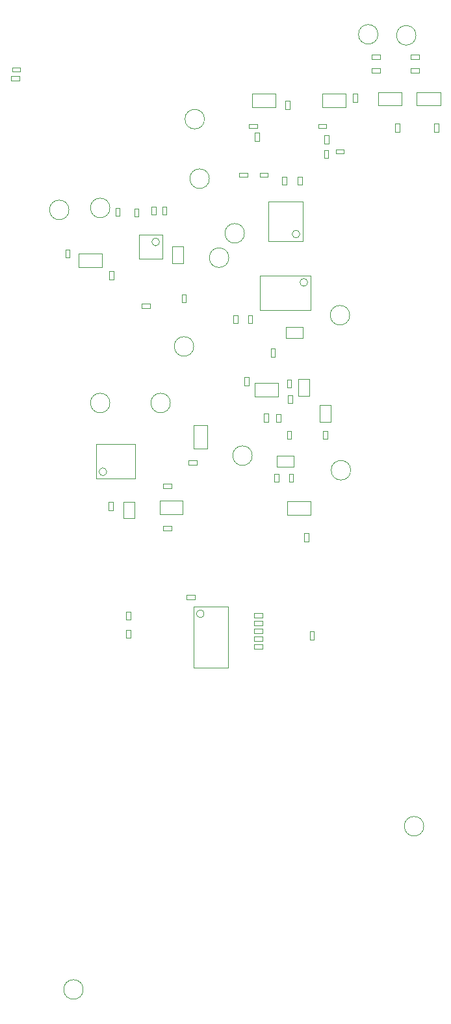
<source format=gbr>
%TF.GenerationSoftware,Altium Limited,Altium Designer,19.1.6 (110)*%
G04 Layer_Color=16711935*
%FSLAX26Y26*%
%MOIN*%
%TF.FileFunction,Other,M13-Bottom_3D_Body*%
%TF.Part,Single*%
G01*
G75*
%TA.AperFunction,NonConductor*%
%ADD78C,0.003937*%
D78*
X643000Y203000D02*
G03*
X643000Y203000I-50000J0D01*
G01*
X1263189Y2129331D02*
G03*
X1263189Y2129331I-19685J0D01*
G01*
X2350000Y5095000D02*
G03*
X2350000Y5095000I-50000J0D01*
G01*
X1754291Y4076024D02*
G03*
X1754291Y4076024I-19685J0D01*
G01*
X1794173Y3828150D02*
G03*
X1794173Y3828150I-19685J0D01*
G01*
X763724Y2857386D02*
G03*
X763724Y2857386I-19685J0D01*
G01*
X1034449Y4035590D02*
G03*
X1034449Y4035590I-19685J0D01*
G01*
X2390000Y1040000D02*
G03*
X2390000Y1040000I-50000J0D01*
G01*
X1290000Y4360000D02*
G03*
X1290000Y4360000I-50000J0D01*
G01*
X570000Y4200000D02*
G03*
X570000Y4200000I-50000J0D01*
G01*
X780000Y4210000D02*
G03*
X780000Y4210000I-50000J0D01*
G01*
X1265000Y4665000D02*
G03*
X1265000Y4665000I-50000J0D01*
G01*
X1390000Y3955000D02*
G03*
X1390000Y3955000I-50000J0D01*
G01*
X2010000Y3660000D02*
G03*
X2010000Y3660000I-50000J0D01*
G01*
X1210000Y3500000D02*
G03*
X1210000Y3500000I-50000J0D01*
G01*
X1510000Y2940000D02*
G03*
X1510000Y2940000I-50000J0D01*
G01*
X2015000Y2865000D02*
G03*
X2015000Y2865000I-50000J0D01*
G01*
X780000Y3210000D02*
G03*
X780000Y3210000I-50000J0D01*
G01*
X1090000D02*
G03*
X1090000Y3210000I-50000J0D01*
G01*
X1470000Y4080000D02*
G03*
X1470000Y4080000I-50000J0D01*
G01*
X2155000Y5100000D02*
G03*
X2155000Y5100000I-50000J0D01*
G01*
X1806173Y2038669D02*
X1827827D01*
X1806173Y1997331D02*
X1827827D01*
Y2038669D01*
X1806173Y1997331D02*
Y2038669D01*
X1744173Y4329331D02*
X1765827D01*
X1744173Y4370669D02*
X1765827D01*
X1744173Y4329331D02*
Y4370669D01*
X1765827Y4329331D02*
Y4370669D01*
X1664173Y4329331D02*
X1685827D01*
X1664173Y4370669D02*
X1685827D01*
X1664173Y4329331D02*
Y4370669D01*
X1685827Y4329331D02*
Y4370669D01*
X1489173Y3660669D02*
X1510827D01*
X1489173Y3619331D02*
X1510827D01*
Y3660669D01*
X1489173Y3619331D02*
Y3660669D01*
X1414173D02*
X1435827D01*
X1414173Y3619331D02*
X1435827D01*
Y3660669D01*
X1414173Y3619331D02*
Y3660669D01*
X1849331Y4619173D02*
Y4640827D01*
X1890669Y4619173D02*
Y4640827D01*
X1849331D02*
X1890669D01*
X1849331Y4619173D02*
X1890669D01*
X1980669Y4489173D02*
Y4510827D01*
X1939331Y4489173D02*
Y4510827D01*
Y4489173D02*
X1980669D01*
X1939331Y4510827D02*
X1980669D01*
X1494331Y4619173D02*
Y4640827D01*
X1535669Y4619173D02*
Y4640827D01*
X1494331D02*
X1535669D01*
X1494331Y4619173D02*
X1535669D01*
X1485669Y4369173D02*
Y4390827D01*
X1444331Y4369173D02*
Y4390827D01*
Y4369173D02*
X1485669D01*
X1444331Y4390827D02*
X1485669D01*
X1604724Y3488504D02*
X1626378D01*
X1604724Y3447165D02*
X1626378D01*
Y3488504D01*
X1604724Y3447165D02*
Y3488504D01*
X1694173Y3250669D02*
X1715827D01*
X1694173Y3209331D02*
X1715827D01*
Y3250669D01*
X1694173Y3209331D02*
Y3250669D01*
X1170827Y3724331D02*
Y3765669D01*
X1149173Y3724331D02*
Y3765669D01*
X1170827D01*
X1149173Y3724331D02*
X1170827D01*
X1879173Y4505669D02*
X1900827D01*
X1879173Y4464331D02*
X1900827D01*
Y4505669D01*
X1879173Y4464331D02*
Y4505669D01*
X1590669Y4369173D02*
Y4390827D01*
X1549331Y4369173D02*
Y4390827D01*
Y4369173D02*
X1590669D01*
X1549331Y4390827D02*
X1590669D01*
X1689173Y3330669D02*
X1710827D01*
X1689173Y3289331D02*
X1710827D01*
Y3330669D01*
X1689173Y3289331D02*
Y3330669D01*
X1634173Y3111331D02*
X1655827D01*
X1634173Y3152669D02*
X1655827D01*
X1634173Y3111331D02*
Y3152669D01*
X1655827Y3111331D02*
Y3152669D01*
X2124331Y4904173D02*
X2165669D01*
X2124331Y4925827D02*
X2165669D01*
Y4904173D02*
Y4925827D01*
X2124331Y4904173D02*
Y4925827D01*
X2124331Y4995827D02*
X2165669D01*
X2124331Y4974173D02*
X2165669D01*
X2124331D02*
Y4995827D01*
X2165669Y4974173D02*
Y4995827D01*
X2324331Y4904173D02*
X2365669D01*
X2324331Y4925827D02*
X2365669D01*
Y4904173D02*
Y4925827D01*
X2324331Y4904173D02*
Y4925827D01*
X2324331Y4995827D02*
X2365669D01*
X2324331Y4974173D02*
X2365669D01*
X2324331D02*
Y4995827D01*
X2365669Y4974173D02*
Y4995827D01*
X320669Y4909173D02*
Y4930827D01*
X279331Y4909173D02*
Y4930827D01*
Y4909173D02*
X320669D01*
X279331Y4930827D02*
X320669D01*
X904724Y4164331D02*
X926378D01*
X904724Y4205669D02*
X926378D01*
X904724Y4164331D02*
Y4205669D01*
X926378Y4164331D02*
Y4205669D01*
X1878189Y4581654D02*
X1901811D01*
X1878189Y4538346D02*
X1901811D01*
Y4581654D01*
X1878189Y4538346D02*
Y4581654D01*
X1523189Y4596654D02*
X1546811D01*
X1523189Y4553346D02*
X1546811D01*
Y4596654D01*
X1523189Y4553346D02*
Y4596654D01*
X773189Y2701653D02*
X796811D01*
X773189Y2658346D02*
X796811D01*
Y2701653D01*
X773189Y2658346D02*
Y2701653D01*
X1183347Y2893189D02*
Y2916811D01*
X1226654Y2893189D02*
Y2916811D01*
X1183347D02*
X1226654D01*
X1183347Y2893189D02*
X1226654D01*
X1775189Y2498347D02*
X1798811D01*
X1775189Y2541654D02*
X1798811D01*
X1775189Y2498347D02*
Y2541654D01*
X1798811Y2498347D02*
Y2541654D01*
X2027189Y4794654D02*
X2050811D01*
X2027189Y4751346D02*
X2050811D01*
Y4794654D01*
X2027189Y4751346D02*
Y4794654D01*
X2442189Y4600346D02*
X2465811D01*
X2442189Y4643654D02*
X2465811D01*
X2442189Y4600346D02*
Y4643654D01*
X2465811Y4600346D02*
Y4643654D01*
X2242189Y4600346D02*
X2265811D01*
X2242189Y4643654D02*
X2265811D01*
X2242189Y4600346D02*
Y4643654D01*
X2265811Y4600346D02*
Y4643654D01*
X1679189Y4717346D02*
X1702811D01*
X1679189Y4760654D02*
X1702811D01*
X1679189Y4717346D02*
Y4760654D01*
X1702811Y4717346D02*
Y4760654D01*
X1568189Y3113347D02*
X1591811D01*
X1568189Y3156654D02*
X1591811D01*
X1568189Y3113347D02*
Y3156654D01*
X1591811Y3113347D02*
Y3156654D01*
X1468189Y3298347D02*
X1491811D01*
X1468189Y3341654D02*
X1491811D01*
X1468189Y3298347D02*
Y3341654D01*
X1491811Y3298347D02*
Y3341654D01*
X1208071Y1853740D02*
X1385236D01*
X1208071Y2164764D02*
X1385236D01*
Y1853740D02*
Y2164764D01*
X1208071Y1853740D02*
Y2164764D01*
X885827Y2099331D02*
Y2140669D01*
X864173Y2099331D02*
Y2140669D01*
X885827D01*
X864173Y2099331D02*
X885827D01*
X1561653Y1948189D02*
Y1971811D01*
X1518346Y1948189D02*
Y1971811D01*
Y1948189D02*
X1561653D01*
X1518346Y1971811D02*
X1561653D01*
X885827Y2004331D02*
Y2045669D01*
X864173Y2004331D02*
Y2045669D01*
X885827D01*
X864173Y2004331D02*
X885827D01*
X1561653Y1988189D02*
Y2011811D01*
X1518346Y1988189D02*
Y2011811D01*
Y1988189D02*
X1561653D01*
X1518346Y2011811D02*
X1561653D01*
X1216653Y2203189D02*
Y2226811D01*
X1173346Y2203189D02*
Y2226811D01*
Y2203189D02*
X1216653D01*
X1173346Y2226811D02*
X1216653D01*
X1561653Y2108189D02*
Y2131811D01*
X1518346Y2108189D02*
Y2131811D01*
Y2108189D02*
X1561653D01*
X1518346Y2131811D02*
X1561653D01*
Y2068189D02*
Y2091811D01*
X1518346Y2068189D02*
Y2091811D01*
Y2068189D02*
X1561653D01*
X1518346Y2091811D02*
X1561653D01*
Y2028189D02*
Y2051811D01*
X1518346Y2028189D02*
Y2051811D01*
Y2028189D02*
X1561653D01*
X1518346Y2051811D02*
X1561653D01*
X906544Y2617694D02*
Y2704308D01*
X849456Y2617694D02*
Y2704308D01*
X906544D01*
X849456Y2617694D02*
X906544D01*
X1869962Y4725552D02*
Y4794450D01*
X1990040Y4725552D02*
Y4794450D01*
X1869962Y4725552D02*
X1990040D01*
X1869962Y4794450D02*
X1990040D01*
X2354488Y4735198D02*
Y4804094D01*
X2474568Y4735198D02*
Y4804094D01*
X2354488Y4735198D02*
X2474568D01*
X2354488Y4804094D02*
X2474568D01*
X1770040Y4040590D02*
Y4241378D01*
X1592874Y4040590D02*
Y4241378D01*
Y4040590D02*
X1770040D01*
X1592874Y4241378D02*
X1770040D01*
X1636694Y2881456D02*
X1723308D01*
X1636694Y2938544D02*
X1723308D01*
Y2881456D02*
Y2938544D01*
X1636694Y2881456D02*
Y2938544D01*
X1856458Y3111694D02*
Y3198308D01*
X1913544Y3111694D02*
Y3198308D01*
X1856458Y3111694D02*
X1913544D01*
X1856458Y3198308D02*
X1913544D01*
X1681693Y3599543D02*
X1768307D01*
X1681693Y3542457D02*
X1768307D01*
X1681693D02*
Y3599543D01*
X1768307Y3542457D02*
Y3599543D01*
X1746457Y3246694D02*
Y3333308D01*
X1803543Y3246694D02*
Y3333308D01*
X1746457Y3246694D02*
X1803543D01*
X1746457Y3333308D02*
X1803543D01*
X1048346Y4174330D02*
Y4215670D01*
X1070000Y4174330D02*
Y4215670D01*
X1048346Y4174330D02*
X1070000D01*
X1048346Y4215670D02*
X1070000D01*
X1015000Y4174330D02*
Y4215670D01*
X993346Y4174330D02*
Y4215670D01*
X1015000D01*
X993346Y4174330D02*
X1015000D01*
X1689173Y3024331D02*
X1710827D01*
X1689173Y3065669D02*
X1710827D01*
X1689173Y3024331D02*
Y3065669D01*
X1710827Y3024331D02*
Y3065669D01*
X1699173Y2804331D02*
X1720827D01*
X1699173Y2845669D02*
X1720827D01*
X1699173Y2804331D02*
Y2845669D01*
X1720827Y2804331D02*
Y2845669D01*
X1624173Y2845669D02*
X1645827D01*
X1624173Y2804331D02*
X1645827D01*
Y2845669D01*
X1624173Y2804331D02*
Y2845669D01*
X1279134Y2976984D02*
Y3097064D01*
X1210236Y2976984D02*
Y3097064D01*
Y2976984D02*
X1279134D01*
X1210236Y3097064D02*
X1279134D01*
X1550080Y3686418D02*
Y3863582D01*
X1809922Y3686418D02*
Y3863582D01*
X1550080Y3686418D02*
X1809922D01*
X1550080Y3863582D02*
X1809922D01*
X1509962Y4725552D02*
Y4794450D01*
X1630040Y4725552D02*
Y4794450D01*
X1509962Y4725552D02*
X1630040D01*
X1509962Y4794450D02*
X1630040D01*
X1521250Y3242362D02*
X1641330D01*
X1521250Y3311260D02*
X1641330D01*
X1521250Y3242362D02*
Y3311260D01*
X1641330Y3242362D02*
Y3311260D01*
X708606Y2821952D02*
X909394D01*
X708606Y2999118D02*
X909394D01*
X708606Y2821952D02*
Y2999118D01*
X909394Y2821952D02*
Y2999118D01*
X2157638Y4735198D02*
Y4804094D01*
X2277718Y4735198D02*
Y4804094D01*
X2157638Y4735198D02*
X2277718D01*
X2157638Y4804094D02*
X2277718D01*
X1689962Y2704450D02*
X1810040D01*
X1689962Y2635552D02*
X1810040D01*
Y2704450D01*
X1689962Y2635552D02*
Y2704450D01*
X928150Y4071024D02*
X1050198D01*
X928150Y3948976D02*
X1050198D01*
Y4071024D01*
X928150Y3948976D02*
Y4071024D01*
X1874173Y3065669D02*
X1895827D01*
X1874173Y3024331D02*
X1895827D01*
Y3065669D01*
X1874173Y3024331D02*
Y3065669D01*
X1157716Y3926694D02*
Y4013308D01*
X1100630Y3926694D02*
Y4013308D01*
X1157716D01*
X1100630Y3926694D02*
X1157716D01*
X941346Y3695189D02*
X984654D01*
X941346Y3718811D02*
X984654D01*
Y3695189D02*
Y3718811D01*
X941346Y3695189D02*
Y3718811D01*
X273346Y4884812D02*
X316654D01*
X273346Y4861190D02*
X316654D01*
X273346D02*
Y4884812D01*
X316654Y4861190D02*
Y4884812D01*
X619134Y3974450D02*
X739214D01*
X619134Y3905552D02*
X739214D01*
Y3974450D01*
X619134Y3905552D02*
Y3974450D01*
X1051346Y2796946D02*
X1094654D01*
X1051346Y2773324D02*
X1094654D01*
X1051346D02*
Y2796946D01*
X1094654Y2773324D02*
Y2796946D01*
X1052346Y2555324D02*
X1095654D01*
X1052346Y2578946D02*
X1095654D01*
Y2555324D02*
Y2578946D01*
X1052346Y2555324D02*
Y2578946D01*
X1036140Y2639236D02*
X1154250D01*
X1036140Y2708134D02*
X1154250D01*
X1036140Y2639236D02*
Y2708134D01*
X1154250Y2639236D02*
Y2708134D01*
X800811Y3843347D02*
Y3886654D01*
X777189Y3843347D02*
Y3886654D01*
X800811D01*
X777189Y3843347D02*
X800811D01*
X552173Y3955331D02*
X573827D01*
X552173Y3996669D02*
X573827D01*
X552173Y3955331D02*
Y3996669D01*
X573827Y3955331D02*
Y3996669D01*
X808347Y4169137D02*
X830000D01*
X808347Y4210475D02*
X830000D01*
X808347Y4169137D02*
Y4210475D01*
X830000Y4169137D02*
Y4210475D01*
%TF.MD5,8232231e6283328e5834c0f16b6758c7*%
M02*

</source>
